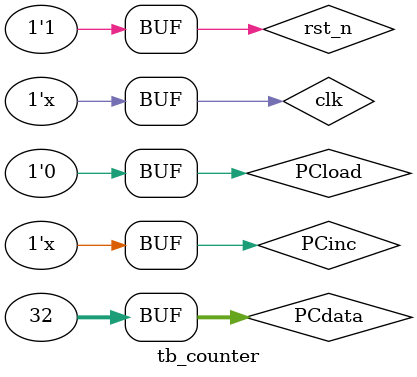
<source format=v>
`timescale 1ns / 1ps


module tb_counter();

parameter n = 32;

reg [n-1:0] PCdata;
reg PCload, PCinc, clk, rst_n;
wire [n-1:0] PCout;

initial begin
rst_n = 0;
PCdata = 32;
PCinc = 0;
PCload = 1;
clk = 1;
#30 rst_n = 1;
#20 PCload = 0;
end

always #5 clk <= ~clk;
always #15 PCinc <= ~ PCinc;

counter count(.clk(clk), .rst_n(rst_n), .PCdata(PCdata), .PCload(PCload), .PCinc(PCinc), .PCout(PCout));

endmodule

</source>
